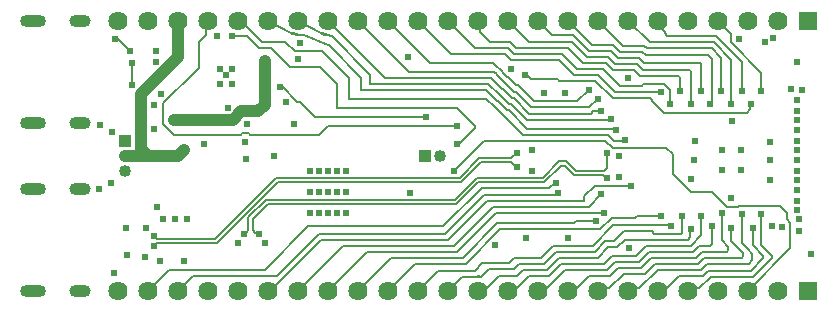
<source format=gbl>
G04*
G04 #@! TF.GenerationSoftware,Altium Limited,Altium Designer,24.9.1 (31)*
G04*
G04 Layer_Physical_Order=4*
G04 Layer_Color=16711680*
%FSLAX44Y44*%
%MOMM*%
G71*
G04*
G04 #@! TF.SameCoordinates,318047C4-B972-4631-9CD3-40AE8DFBCC20*
G04*
G04*
G04 #@! TF.FilePolarity,Positive*
G04*
G01*
G75*
%ADD12C,0.1524*%
%ADD13C,0.2540*%
G04:AMPARAMS|DCode=55|XSize=1mm|YSize=2.2mm|CornerRadius=0.5mm|HoleSize=0mm|Usage=FLASHONLY|Rotation=270.000|XOffset=0mm|YOffset=0mm|HoleType=Round|Shape=RoundedRectangle|*
%AMROUNDEDRECTD55*
21,1,1.0000,1.2000,0,0,270.0*
21,1,0.0000,2.2000,0,0,270.0*
1,1,1.0000,-0.6000,0.0000*
1,1,1.0000,-0.6000,0.0000*
1,1,1.0000,0.6000,0.0000*
1,1,1.0000,0.6000,0.0000*
%
%ADD55ROUNDEDRECTD55*%
G04:AMPARAMS|DCode=56|XSize=1mm|YSize=1.8mm|CornerRadius=0.5mm|HoleSize=0mm|Usage=FLASHONLY|Rotation=270.000|XOffset=0mm|YOffset=0mm|HoleType=Round|Shape=RoundedRectangle|*
%AMROUNDEDRECTD56*
21,1,1.0000,0.8000,0,0,270.0*
21,1,0.0000,1.8000,0,0,270.0*
1,1,1.0000,-0.4000,0.0000*
1,1,1.0000,-0.4000,0.0000*
1,1,1.0000,0.4000,0.0000*
1,1,1.0000,0.4000,0.0000*
%
%ADD56ROUNDEDRECTD56*%
%ADD60C,0.1575*%
%ADD63C,1.0160*%
%ADD64R,1.0160X1.0160*%
%ADD65R,1.0160X1.0160*%
%ADD66R,1.6256X1.6256*%
%ADD67C,1.6256*%
%ADD68C,0.6096*%
%ADD69C,1.0160*%
D12*
X373380Y114300D02*
X398780Y139700D01*
X379813Y104902D02*
X396323Y121412D01*
X223241Y108458D02*
X378340D01*
X396323Y121412D02*
X422148D01*
X224714Y104902D02*
X379813D01*
X394850Y124968D02*
X422148D01*
X378340Y108458D02*
X394850Y124968D01*
X171425Y56642D02*
X223241Y108458D01*
X426284Y218440D02*
X469765D01*
X419100D02*
X424180Y213360D01*
X464820D01*
X403860Y223520D02*
X421204D01*
X462280Y208280D02*
X474980Y195580D01*
X422076Y208280D02*
X462280D01*
X416996Y213360D02*
X422076Y208280D01*
X436880Y223520D02*
X473312D01*
X438882Y191539D02*
X461709D01*
X435072Y195349D02*
X438882Y191539D01*
X419100Y241300D02*
X436880Y223520D01*
X434109Y195349D02*
X435072D01*
X421204Y223520D02*
X426284Y218440D01*
X461709Y191539D02*
X462748Y190500D01*
X120273Y58928D02*
X122559Y56642D01*
X120273Y50800D02*
X122559Y53086D01*
X119380Y50800D02*
X120273D01*
X119380Y58928D02*
X120273D01*
X203222Y223498D02*
X208280Y218440D01*
X218440D02*
X234987Y201893D01*
X208280Y218440D02*
X218440D01*
X230779Y223520D02*
X238690Y215609D01*
X193040Y241300D02*
X210820Y223520D01*
X230779D01*
X190500Y241300D02*
X193040D01*
X87040Y225380D02*
X89580D01*
X99060Y215900D01*
X86360Y226060D02*
X87040Y225380D01*
X86360Y225098D02*
Y226060D01*
X101140Y205740D02*
X101221Y205659D01*
Y186933D02*
Y205659D01*
Y186933D02*
X101302Y186852D01*
X218004Y12700D02*
X261184Y55880D01*
X215900Y12700D02*
X218004D01*
X461318Y95758D02*
X461772D01*
X458789Y104151D02*
X459737D01*
X454460Y99822D02*
X458789Y104151D01*
X422148Y121412D02*
X426258Y117302D01*
X427182D01*
X398780Y139700D02*
X501740D01*
X633840Y181720D02*
Y197201D01*
X595257Y228600D02*
X617330Y206527D01*
X596900Y241300D02*
X607822Y230378D01*
Y223219D02*
Y230378D01*
X593897Y222776D02*
X608440Y208233D01*
X539224Y222776D02*
X593897D01*
X599550Y181720D02*
Y209939D01*
X537120Y217696D02*
X591793D01*
X553720Y228600D02*
X595257D01*
X617330Y181720D02*
Y206527D01*
X591793Y217696D02*
X599550Y209939D01*
X608440Y170290D02*
Y208233D01*
X607822Y223219D02*
X633840Y197201D01*
X410383Y172974D02*
X410891D01*
X402581Y187960D02*
X412487Y178054D01*
X400477Y182880D02*
X410383Y172974D01*
X302260Y187960D02*
X402581D01*
X415099Y183134D02*
X422696Y175537D01*
X409702Y195207D02*
Y195715D01*
X294640Y182880D02*
X400477D01*
X409702Y195207D02*
X416695Y188214D01*
X412995Y178054D02*
X420592Y170457D01*
X419307Y193294D02*
X425911Y186690D01*
X284480Y175260D02*
X400912D01*
X418799Y193294D02*
X419307D01*
X314960Y193040D02*
X404685D01*
X410891Y172974D02*
X418487Y165377D01*
X408278Y167894D02*
X408786D01*
X406861Y205740D02*
X414782Y197819D01*
X416695Y188214D02*
X417203D01*
X414782Y197311D02*
X418799Y193294D01*
X400912Y175260D02*
X408278Y167894D01*
X414782Y197311D02*
Y197819D01*
X408786Y167894D02*
X431900Y144780D01*
X407297Y198120D02*
X409702Y195715D01*
X404685Y193040D02*
X414591Y183134D01*
X415099D01*
X417203Y188214D02*
X424800Y180617D01*
X412487Y178054D02*
X412995D01*
X317500Y241300D02*
X353060Y205740D01*
X246281Y229325D02*
X266700Y220980D01*
X241300Y241300D02*
X261089Y230763D01*
X215900Y241300D02*
X235689Y230763D01*
X269240Y228600D02*
X269984Y227856D01*
X302260Y195580D01*
X266700Y220980D02*
X267444Y220236D01*
X264318Y229602D02*
X269240Y228600D01*
X241209Y229362D02*
X246281Y229325D01*
X267444Y220236D02*
X294640Y193040D01*
X261911Y215609D02*
X284480Y193040D01*
X260387Y201893D02*
X274320Y187960D01*
X234987Y201893D02*
X260387D01*
X238690Y215609D02*
X261911D01*
X194270Y145789D02*
X199951D01*
X200961Y144780D01*
X193260D02*
X194270Y145789D01*
X226568Y184872D02*
X228687D01*
X136348Y144780D02*
X193260D01*
X200961D02*
X259080D01*
X228687Y184872D02*
X240905Y172653D01*
X243471D01*
X340360Y35560D02*
X383540D01*
X381000Y40640D02*
X409956Y69596D01*
X320040Y40640D02*
X381000D01*
X383540Y35560D02*
X412496Y64516D01*
X497599D01*
X409956Y69596D02*
X474845D01*
X408940Y78740D02*
X500380D01*
X279400Y50800D02*
X373816D01*
X375920Y45720D02*
X408940Y78740D01*
X299720Y45720D02*
X375920D01*
X406836Y83820D02*
X487680D01*
X373816Y50800D02*
X406836Y83820D01*
X259080Y144780D02*
X266700Y152400D01*
X129714Y151414D02*
X136348Y144780D01*
X154918Y198360D02*
X157480Y200922D01*
X127682Y171125D02*
X154918Y198360D01*
X127682Y153604D02*
Y171125D01*
Y153604D02*
X129714Y151572D01*
Y151414D02*
Y151572D01*
X198155Y228565D02*
X203222Y223498D01*
X274320Y167640D02*
X375920D01*
X274320D02*
Y187960D01*
X284480Y175260D02*
Y193040D01*
X294640Y182880D02*
Y193040D01*
X302260Y187960D02*
Y195580D01*
X185406Y228565D02*
X198155D01*
X163344Y229362D02*
Y239544D01*
X157480Y223498D02*
X163344Y229362D01*
Y239544D02*
X165100Y241300D01*
X157480Y200922D02*
Y223498D01*
X368300Y55880D02*
X401320Y88900D01*
X459540Y93980D02*
X461318Y95758D01*
X401320Y88900D02*
X484024D01*
X365760Y60960D02*
X398780Y93980D01*
X484024Y88900D02*
Y92864D01*
X397002Y99822D02*
X454460D01*
X398780Y93980D02*
X459540D01*
X364708Y67528D02*
X397002Y99822D01*
X261184Y55880D02*
X368300D01*
X484024Y92864D02*
X492760Y101600D01*
X122559Y56642D02*
X171425D01*
X422148Y124968D02*
X426720Y129540D01*
X122559Y53086D02*
X172898D01*
X224714Y104902D01*
X435522Y149860D02*
X505949D01*
X431900Y144780D02*
X503844D01*
X420004Y165377D02*
X435522Y149860D01*
X505949D02*
X506030Y149778D01*
X503844Y144780D02*
X508924Y139700D01*
X501740D02*
X507981Y133459D01*
X492760Y101600D02*
X523240D01*
X375920Y137160D02*
X376600Y137840D01*
X379140D01*
X391378Y150078D01*
X375920Y167640D02*
X391378Y152182D01*
Y150078D02*
Y152182D01*
X497160Y164420D02*
X497840Y165100D01*
X489784Y162560D02*
X491644Y164420D01*
X437190Y162560D02*
X489784D01*
X487928Y167888D02*
X495300Y175260D01*
X506030Y149778D02*
X509860D01*
X491644Y164420D02*
X497160D01*
X509860Y149778D02*
X510540Y149098D01*
X508924Y139700D02*
X517543D01*
X518160Y140317D01*
X553393Y133459D02*
X558800Y128052D01*
X507981Y133459D02*
X553393D01*
X558800Y111760D02*
Y128052D01*
X250408Y67528D02*
X364708D01*
X213360Y30480D02*
X250408Y67528D01*
X132080Y30480D02*
X213360D01*
X256104Y160020D02*
X349758D01*
X266700Y152400D02*
X375920D01*
X506366Y157480D02*
X506614Y157728D01*
X435086Y157480D02*
X506366D01*
X418487Y165377D02*
X420004D01*
X441150Y172968D02*
X477768D01*
X427428Y186690D02*
X441150Y172968D01*
X426317Y180617D02*
X439046Y167888D01*
X422108Y170457D02*
X435086Y157480D01*
X477768Y172968D02*
X487531Y182731D01*
X424212Y175537D02*
X437190Y162560D01*
X439046Y167888D02*
X487928D01*
X487680Y83820D02*
X497938Y94079D01*
X462254Y40640D02*
X495300D01*
X452204Y15324D02*
X467360Y30480D01*
X457200Y50800D02*
X491092D01*
X459740Y45720D02*
X493196D01*
X467360Y30480D02*
X502920D01*
X477604Y15324D02*
X487680Y25400D01*
X491092Y50800D02*
X508400Y68108D01*
X469900Y12700D02*
X472524Y15324D01*
X452094Y30480D02*
X462254Y40640D01*
X454199Y25400D02*
X464359Y35560D01*
X449580D02*
X459740Y45720D01*
X464359Y35560D02*
X500380D01*
X447040Y40640D02*
X457200Y50800D01*
X487680Y25400D02*
X505460D01*
X472524Y15324D02*
X477604D01*
X476623Y71374D02*
X493133D01*
X497599Y64516D02*
X507505Y74422D01*
X474845Y69596D02*
X476623Y71374D01*
X493133D02*
X493641Y71882D01*
X540935Y55880D02*
X571936D01*
X518642Y55901D02*
X540915D01*
X507005Y42185D02*
X527850D01*
X536466Y50800D01*
X571936Y55880D02*
X573858Y57802D01*
X505460Y25400D02*
X512085Y32025D01*
X517164Y26944D02*
X535380D01*
X502920Y30480D02*
X509544Y37104D01*
X529955D02*
X538570Y45720D01*
X512085Y32025D02*
X532059D01*
X500380Y35560D02*
X507005Y42185D01*
X532059Y32025D02*
X540674Y40640D01*
X503972Y49312D02*
X512053D01*
X535380Y26944D02*
X543996Y35560D01*
X540915Y55901D02*
X540935Y55880D01*
X512053Y49312D02*
X518642Y55901D01*
X509544Y37104D02*
X529955D01*
X505011Y14792D02*
X517164Y26944D01*
X517688Y63028D02*
X540971D01*
X501868Y54392D02*
X509052D01*
X517688Y63028D01*
X573858Y57802D02*
Y64588D01*
X573930Y64660D01*
X495300Y40640D02*
X503972Y49312D01*
X493196Y45720D02*
X501868Y54392D01*
X497392Y14792D02*
X505011D01*
X495300Y12700D02*
X497392Y14792D01*
X507505Y74422D02*
X526702D01*
X508400Y68108D02*
X557130D01*
X526702Y74422D02*
X528370Y76090D01*
X548530D01*
X152400Y25400D02*
X223520D01*
X139700Y12700D02*
X152400Y25400D01*
X223520D02*
X259080Y60960D01*
X365760D01*
X241300Y12700D02*
X279400Y50800D01*
X215900Y12700D02*
X217945Y14746D01*
X558800Y111760D02*
X574021Y96539D01*
X592389D01*
X605070Y83859D01*
X613910D01*
X614269Y84218D01*
X649842D02*
X655320Y78740D01*
X614269Y84218D02*
X649842D01*
X655320Y72979D02*
Y78740D01*
Y72979D02*
X658258Y70041D01*
Y64359D02*
Y70041D01*
X626618Y50946D02*
X635346Y42218D01*
X633620Y51128D02*
X642530Y42218D01*
X658172Y64273D02*
X658258Y64359D01*
X623607Y35560D02*
X626328Y38280D01*
X587537Y35560D02*
X623607D01*
X622300Y12700D02*
X658172Y48572D01*
X635346Y40114D02*
Y42218D01*
X626328Y38280D02*
Y44014D01*
X658172Y48572D02*
Y64273D01*
X624950Y29718D02*
X635346Y40114D01*
X588879Y29718D02*
X624950D01*
X591058Y24638D02*
X627054D01*
X642530Y40114D01*
Y42218D01*
X617220Y40640D02*
X618708Y42128D01*
X608220Y54720D02*
Y65930D01*
X618708Y42128D02*
Y44232D01*
X617220Y53340D02*
Y64114D01*
X583328Y45720D02*
X604520D01*
X590222Y50800D02*
X591710Y52288D01*
X617110Y64224D02*
Y77360D01*
X591710Y52288D02*
Y67200D01*
X606008Y47208D02*
Y49748D01*
X576144Y45720D02*
X581224Y50800D01*
X617220Y53340D02*
X622300Y48260D01*
X600600Y55156D02*
Y78630D01*
X622300Y48042D02*
X626328Y44014D01*
X578248Y40640D02*
X583328Y45720D01*
X608220Y54720D02*
X618708Y44232D01*
X622300Y48042D02*
Y48260D01*
X604520Y45720D02*
X606008Y47208D01*
X626618Y50946D02*
Y65930D01*
X585433Y40640D02*
X617220D01*
X581224Y50800D02*
X590222D01*
X617110Y64224D02*
X617220Y64114D01*
X600600Y55156D02*
X606008Y49748D01*
X584561Y25400D02*
X588879Y29718D01*
X581211Y14791D02*
X591058Y24638D01*
X582457Y30480D02*
X587537Y35560D01*
X580353D02*
X585433Y40640D01*
X574040Y50800D02*
X582820Y59580D01*
X536466Y50800D02*
X574040D01*
X540674Y40640D02*
X578248D01*
X538570Y45720D02*
X576144D01*
X582820Y59580D02*
Y76090D01*
X566310Y61119D02*
Y76090D01*
X543039Y60960D02*
X566151D01*
X566310Y61119D01*
X543996Y35560D02*
X580353D01*
X633620Y51128D02*
Y77360D01*
X571500Y12700D02*
X573591Y14791D01*
X581211D01*
X396294Y24556D02*
X402981Y31242D01*
X424121D01*
X391160Y29718D02*
X397764Y36322D01*
X420243D02*
X424561Y40640D01*
X447040D01*
X397764Y36322D02*
X420243D01*
X424121Y31242D02*
X428439Y35560D01*
X449580D01*
X462748Y190500D02*
X493196D01*
X474980Y195580D02*
X495300D01*
X493196Y190500D02*
X508326Y175370D01*
X464820Y213360D02*
X477520Y200660D01*
X500019D01*
X487531Y182731D02*
X487829D01*
X243471Y172653D02*
X256104Y160020D01*
X425911Y186690D02*
X427428D01*
X424800Y180617D02*
X426317D01*
X420592Y170457D02*
X422108D01*
X422696Y175537D02*
X424212D01*
X335280Y198120D02*
X407297D01*
X353060Y205740D02*
X406861D01*
X370840Y213360D02*
X416996D01*
X391160Y218440D02*
X419100D01*
X266700Y241300D02*
X314960Y193040D01*
X292100Y241300D02*
X335280Y198120D01*
X551180Y163432D02*
X621822D01*
X541020Y173592D02*
Y173882D01*
X539532Y175370D02*
X541020Y173882D01*
X508326Y175370D02*
X539532D01*
X509778Y181102D02*
X534517D01*
X495300Y195580D02*
X509778Y181102D01*
X500019Y200660D02*
X514497Y186182D01*
X532481D01*
X541020Y173592D02*
X551180Y163432D01*
X583040Y181720D02*
Y204134D01*
X534826Y205622D02*
X581552D01*
X530389Y210058D02*
X534826Y205622D01*
X581552D02*
X583040Y204134D01*
X531461Y194618D02*
X563662D01*
X532481Y186182D02*
X533607Y187308D01*
X588436Y211754D02*
X591820Y208370D01*
X508436Y220980D02*
X514278Y215138D01*
X534598Y220218D02*
X537120Y217696D01*
X495300Y241300D02*
X516382Y220218D01*
X504227Y210820D02*
X510069Y204978D01*
X528285D02*
X533565Y199698D01*
X507965Y199898D02*
X526181D01*
X516382Y220218D02*
X534598D01*
X512174Y210058D02*
X530389D01*
X502123Y205740D02*
X507965Y199898D01*
X520700Y241300D02*
X539224Y222776D01*
X535877Y211754D02*
X588436D01*
X534517Y181102D02*
X535169Y180450D01*
X551591Y187308D02*
X556370Y182529D01*
X510069Y204978D02*
X528285D01*
X526181Y199898D02*
X531461Y194618D01*
X532494Y215138D02*
X535877Y211754D01*
X506332Y215900D02*
X512174Y210058D01*
X533607Y187308D02*
X551591D01*
X514278Y215138D02*
X532494D01*
X533565Y199698D02*
X572662D01*
X563662Y194618D02*
X565150Y193130D01*
Y181830D02*
Y193130D01*
X535169Y180450D02*
X548750D01*
X565150Y181830D02*
X565260Y181720D01*
X556370Y170290D02*
Y182529D01*
X572662Y199698D02*
X574150Y198210D01*
X482465Y205740D02*
X502123D01*
X488116Y215900D02*
X506332D01*
X486012Y210820D02*
X504227D01*
X490220Y220980D02*
X508436D01*
X591820Y173556D02*
Y208370D01*
X574150Y170290D02*
Y198210D01*
X469900Y241300D02*
X490220Y220980D01*
X474654Y229362D02*
X488116Y215900D01*
X473312Y223520D02*
X486012Y210820D01*
X469765Y218440D02*
X482465Y205740D01*
X444500Y241300D02*
X456438Y229362D01*
X474654D01*
X395791Y231589D02*
Y239209D01*
Y231589D02*
X403860Y223520D01*
X393700Y241300D02*
X395791Y239209D01*
X368300Y241300D02*
X391160Y218440D01*
X342900Y241300D02*
X370840Y213360D01*
X624506Y166115D02*
Y169846D01*
X624950Y170290D01*
X621822Y163432D02*
X624506Y166115D01*
X114300Y12700D02*
X132080Y30480D01*
X266700Y12700D02*
X299720Y45720D01*
X292100Y12700D02*
X320040Y40640D01*
X342900Y12700D02*
X359918Y29718D01*
X317500Y12700D02*
X340360Y35560D01*
X359918Y29718D02*
X391160D01*
X395100Y24556D02*
X396294D01*
X380238Y24638D02*
X393700D01*
X368300Y12700D02*
X380238Y24638D01*
X396324Y15324D02*
X401404D01*
X393700Y12700D02*
X396324Y15324D01*
X411480Y25400D02*
X426720D01*
X401404Y15324D02*
X411480Y25400D01*
X557130Y68108D02*
X557420Y67818D01*
X431800Y30480D02*
X452094D01*
X426804Y15324D02*
X436880Y25400D01*
X454199D01*
X426720D02*
X431800Y30480D01*
X540971Y63028D02*
X543039Y60960D01*
X563880Y25400D02*
X584561D01*
X530411Y14791D02*
X546100Y30480D01*
Y12700D02*
X548724Y15324D01*
X553804D02*
X563880Y25400D01*
X546100Y30480D02*
X582457D01*
X548724Y15324D02*
X553804D01*
X520700Y12700D02*
X522791Y14791D01*
X530411D01*
X419100Y12700D02*
X421724Y15324D01*
X426804D01*
X444500Y12700D02*
X447124Y15324D01*
X452204D01*
X546100Y237589D02*
X551924Y231765D01*
Y230396D02*
X553720Y228600D01*
X546100Y237589D02*
Y241300D01*
X551924Y230396D02*
Y231765D01*
X591340Y170970D02*
Y173076D01*
X590660Y170290D02*
X591340Y170970D01*
Y173076D02*
X591820Y173556D01*
D13*
X235689Y230763D02*
G03*
X241209Y229362I5611J10537D01*
G01*
X261089Y230763D02*
G03*
X264318Y229602I5611J10537D01*
G01*
X395100Y24556D02*
G03*
X393700Y24638I-1400J-11856D01*
G01*
D55*
X17150Y99100D02*
D03*
Y12700D02*
D03*
Y241300D02*
D03*
Y154900D02*
D03*
D56*
X57150Y99100D02*
D03*
Y12700D02*
D03*
Y241300D02*
D03*
Y154900D02*
D03*
D60*
X199593Y74717D02*
X214630Y89754D01*
X203200Y73223D02*
X216124Y86147D01*
X375707D02*
X394386Y104826D01*
X214630Y89754D02*
X374213D01*
X216124Y86147D02*
X375707D01*
X374213Y89754D02*
X392892Y108433D01*
X394386Y104826D02*
X450266D01*
X392892Y108433D02*
X448772D01*
X462412Y122072D01*
X450266Y104826D02*
X463906Y118466D01*
X462412Y122072D02*
X468744D01*
X463906Y118466D02*
X467250D01*
X199593Y63610D02*
Y74717D01*
X203200Y64143D02*
Y73223D01*
X198531Y62687D02*
X198671D01*
X195580Y60960D02*
X196803D01*
X205518Y61825D02*
X207415D01*
X208280Y60960D01*
X203200Y64143D02*
X205518Y61825D01*
X198671Y62687D02*
X199593Y63610D01*
X196803Y60960D02*
X198531Y62687D01*
X501997Y107950D02*
X502920D01*
X475505Y110211D02*
X499737D01*
X500308Y113817D02*
X502920Y116429D01*
X499737Y110211D02*
X501997Y107950D01*
X476999Y113817D02*
X500308D01*
X502920Y116429D02*
Y129540D01*
X468744Y122072D02*
X476999Y113817D01*
X467250Y118466D02*
X475505Y110211D01*
D63*
X361950Y127000D02*
D03*
X95250Y114300D02*
D03*
Y127000D02*
D03*
D64*
X349250D02*
D03*
D65*
X95250Y139700D02*
D03*
D66*
X673100Y12700D02*
D03*
Y241300D02*
D03*
D67*
X647700Y12700D02*
D03*
X622300D02*
D03*
X596900D02*
D03*
X571500D02*
D03*
X546100D02*
D03*
X520700D02*
D03*
X495300D02*
D03*
X469900D02*
D03*
X444500D02*
D03*
X419100D02*
D03*
X393700D02*
D03*
X368300D02*
D03*
X342900D02*
D03*
X317500D02*
D03*
X292100D02*
D03*
X266700D02*
D03*
X241300D02*
D03*
X215900D02*
D03*
X190500D02*
D03*
X165100D02*
D03*
X139700D02*
D03*
X114300D02*
D03*
X88900D02*
D03*
X647700Y241300D02*
D03*
X622300D02*
D03*
X596900D02*
D03*
X571500D02*
D03*
X546100D02*
D03*
X520700D02*
D03*
X495300D02*
D03*
X469900D02*
D03*
X444500D02*
D03*
X419100D02*
D03*
X393700D02*
D03*
X368300D02*
D03*
X342900D02*
D03*
X317500D02*
D03*
X292100D02*
D03*
X266700D02*
D03*
X241300D02*
D03*
X215900D02*
D03*
X190500D02*
D03*
X165100D02*
D03*
X139700D02*
D03*
X114300D02*
D03*
X88900D02*
D03*
D68*
X502920Y107950D02*
D03*
X373380Y114300D02*
D03*
X434109Y195349D02*
D03*
X467360Y180340D02*
D03*
X644000Y226170D02*
D03*
X121920Y83820D02*
D03*
X119380Y50800D02*
D03*
Y58928D02*
D03*
X213360Y207381D02*
D03*
X86360Y226060D02*
D03*
X99060Y215900D02*
D03*
X101140Y205740D02*
D03*
X676329Y43869D02*
D03*
X459737Y104151D02*
D03*
X461772Y95758D02*
D03*
X427182Y117302D02*
D03*
X665957Y63277D02*
D03*
X650991Y66923D02*
D03*
X665661Y73169D02*
D03*
X664320Y81170D02*
D03*
X659240Y182990D02*
D03*
X614680Y226060D02*
D03*
X421640Y200152D02*
D03*
X335049Y210589D02*
D03*
X243440Y222467D02*
D03*
X241771Y208751D02*
D03*
X226568Y184872D02*
D03*
X197111Y138931D02*
D03*
X231140Y172720D02*
D03*
X336179Y95621D02*
D03*
X111696Y41496D02*
D03*
X124460Y38100D02*
D03*
X434340Y57658D02*
D03*
X408709Y51031D02*
D03*
X182391Y167186D02*
D03*
X198120Y154178D02*
D03*
X185406Y228565D02*
D03*
X172720Y228600D02*
D03*
X238188Y154178D02*
D03*
X121005Y206654D02*
D03*
X101302Y186852D02*
D03*
X125647Y178788D02*
D03*
X119380Y170180D02*
D03*
X136572Y157286D02*
D03*
X119380Y149860D02*
D03*
X121332Y215706D02*
D03*
X144780Y132080D02*
D03*
X220980Y127000D02*
D03*
X197532Y124266D02*
D03*
X74077Y152977D02*
D03*
X83820Y147320D02*
D03*
X577850Y139700D02*
D03*
X439420Y114300D02*
D03*
Y132080D02*
D03*
X426720Y129540D02*
D03*
X95785Y65305D02*
D03*
X112634Y65877D02*
D03*
X450206Y179826D02*
D03*
X510540Y149098D02*
D03*
X497840Y165100D02*
D03*
X495300Y175260D02*
D03*
X375920Y137160D02*
D03*
X513028Y126601D02*
D03*
X518160Y140317D02*
D03*
X523240Y101600D02*
D03*
X513080Y109220D02*
D03*
X502920Y129540D02*
D03*
X213360Y53340D02*
D03*
X190500D02*
D03*
X208280Y60960D02*
D03*
X195580D02*
D03*
X375920Y152400D02*
D03*
X349758Y160020D02*
D03*
X506614Y157728D02*
D03*
X497938Y94079D02*
D03*
X469900Y57658D02*
D03*
X500380Y78740D02*
D03*
X493641Y71882D02*
D03*
X521483Y49043D02*
D03*
X636904Y223520D02*
D03*
X96520Y43180D02*
D03*
X73072Y98866D02*
D03*
X83232Y103946D02*
D03*
X85772Y27746D02*
D03*
X144780Y38100D02*
D03*
X137160Y73660D02*
D03*
X147320D02*
D03*
X127000D02*
D03*
X251460Y114300D02*
D03*
X259080D02*
D03*
X266700D02*
D03*
X274320D02*
D03*
X281940D02*
D03*
X251460Y96520D02*
D03*
X259080D02*
D03*
X266700D02*
D03*
X274320D02*
D03*
X281940D02*
D03*
Y78740D02*
D03*
X274320D02*
D03*
X266700D02*
D03*
X259080D02*
D03*
X664320Y106570D02*
D03*
X591710Y67200D02*
D03*
X573930Y64660D02*
D03*
X487829Y182731D02*
D03*
X185420Y200660D02*
D03*
Y187960D02*
D03*
X175260Y200660D02*
D03*
Y187960D02*
D03*
X180340Y195580D02*
D03*
X161972Y136966D02*
D03*
X251460Y78740D02*
D03*
X520700Y193040D02*
D03*
X556370Y170290D02*
D03*
X565260Y181720D02*
D03*
X548750Y180450D02*
D03*
X608655Y156574D02*
D03*
X608440Y170290D02*
D03*
X557420Y67818D02*
D03*
X582820Y76090D02*
D03*
X608220Y65930D02*
D03*
X626618D02*
D03*
X642510Y67200D02*
D03*
X548530Y76090D02*
D03*
X617110Y77360D02*
D03*
X664320Y205850D02*
D03*
X600202Y131572D02*
D03*
X616712D02*
D03*
Y115062D02*
D03*
X600202D02*
D03*
X608005Y90717D02*
D03*
X640803Y106355D02*
D03*
Y122865D02*
D03*
Y138105D02*
D03*
X574587Y107005D02*
D03*
X576580Y123190D02*
D03*
X668020Y182880D02*
D03*
X664320Y157370D02*
D03*
Y164990D02*
D03*
Y173880D02*
D03*
Y131970D02*
D03*
Y139590D02*
D03*
Y148480D02*
D03*
Y114190D02*
D03*
Y123080D02*
D03*
Y97680D02*
D03*
Y88790D02*
D03*
X624950Y170290D02*
D03*
X633620Y77360D02*
D03*
X600600Y78630D02*
D03*
X566310Y76090D02*
D03*
X583040Y181720D02*
D03*
X574150Y170290D02*
D03*
X599550Y181720D02*
D03*
X590660Y170290D02*
D03*
X617330Y181720D02*
D03*
X633840D02*
D03*
D69*
X193701Y164846D02*
X208026D01*
X213360Y170180D02*
Y207381D01*
X136572Y157286D02*
X186141D01*
X193701Y164846D01*
X208026D02*
X213360Y170180D01*
X95250Y127000D02*
X114664D01*
X108712Y132952D02*
Y179274D01*
Y132952D02*
X114664Y127000D01*
X139700D01*
X108712Y179274D02*
X139700Y210262D01*
Y127000D02*
X144780Y132080D01*
X139700Y210262D02*
Y241300D01*
M02*

</source>
